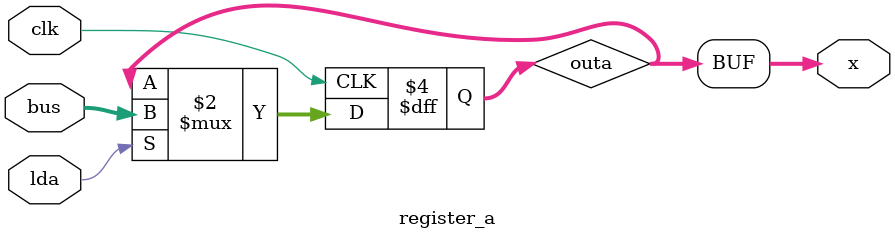
<source format=v>
`timescale 1ns/1ns
module register_a (x,bus,lda,clk);
input lda,clk;
input [15:0] bus;
output [15:0] x;
reg [15:0]outa;
assign x=outa;

always @(posedge clk) 
begin 
if (lda) 
begin
outa<=bus;
end
end
endmodule

</source>
